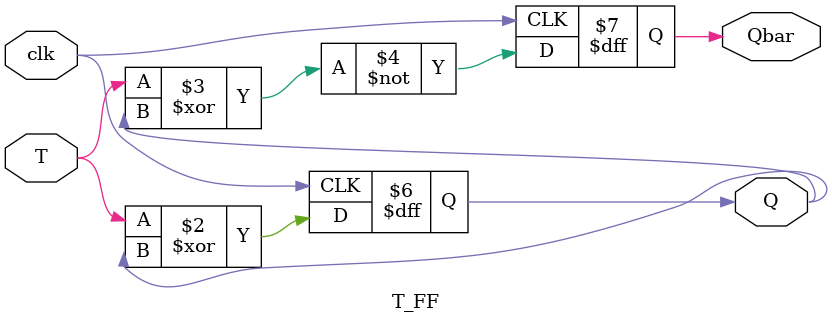
<source format=v>
`timescale 1ns / 1ps
module T_FF(T,clk,Q,Qbar
    );
	 
	 input T,clk;
	 output reg Q,Qbar;
	
	initial begin
		Q=0;
	end
		
	 always@(posedge clk)
	begin
		Q<=T^Q;
		Qbar<=~(T^Q);
	end


endmodule

</source>
